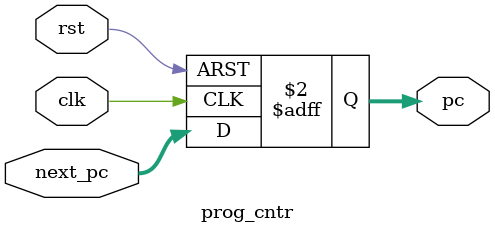
<source format=sv>
`timescale 1ns / 1ps


module prog_cntr(
    input logic clk,
    input logic rst,
    input logic [31: 0] next_pc,
    
    output logic [31: 0] pc
);
    
    always_ff @(posedge clk or posedge rst) begin
        if (rst) begin
            pc <= 0;
        end
        else begin
            pc <= next_pc;
        end
    end
endmodule

</source>
